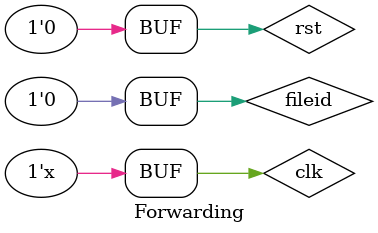
<source format=v>
`timescale 1ns / 1ps


module Forwarding;

	// Inputs
	reg clk;
	reg rst;
	reg fileid;

	// Outputs
	wire [31:0] PCOUT;
	wire [31:0] INST;
	wire [31:0] rdata1;
	wire [31:0] rdata2;
	wire [31:0] extended_imm;
	wire [31:0] rdata1_ID_EXE;
	wire [31:0] rdata2_ID_EXE;
	wire [31:0] imm_ID_EXE;
	wire [1:0] forwardA;
	wire [1:0] forwardB;
	wire [31:0] rdata1_forward;
	wire [31:0] rdata2_forward;
	wire [31:0] ALUSrc_mux;
	wire [31:0] aluout;
	wire [31:0] aluout_EXE_MEM;
	wire [31:0] dm_out;
	wire [31:0] memtoReg_mux;

	// Instantiate the Unit Under Test (UUT)
	pipelined_5_stage_fowarding uut (
		.clk(clk), 
		.rst(rst), 
		.fileid(fileid), 
		.PCOUT(PCOUT), 
		.INST(INST), 
		.rdata1(rdata1), 
		.rdata2(rdata2), 
		.extended_imm(extended_imm), 
		.rdata1_ID_EXE(rdata1_ID_EXE), 
		.rdata2_ID_EXE(rdata2_ID_EXE), 
		.imm_ID_EXE(imm_ID_EXE), 
		.forwardA(forwardA), 
		.forwardB(forwardB), 
		.rdata1_forward(rdata1_forward), 
		.rdata2_forward(rdata2_forward), 
		.ALUSrc_mux(ALUSrc_mux), 
		.aluout(aluout), 
		.aluout_EXE_MEM(aluout_EXE_MEM), 
		.dm_out(dm_out), 
		.memtoReg_mux(memtoReg_mux)
	);

	always #15 clk = ~clk;
	initial begin
		// Initialize Inputs
		clk = 0;
		rst = 0;
		fileid = 0;
		
		// Wait 100 ns for global reset to finish
		#100;
        
		// Add stimulus here
		#25 rst =1;
		#25 rst=0;

	end
      
endmodule


</source>
